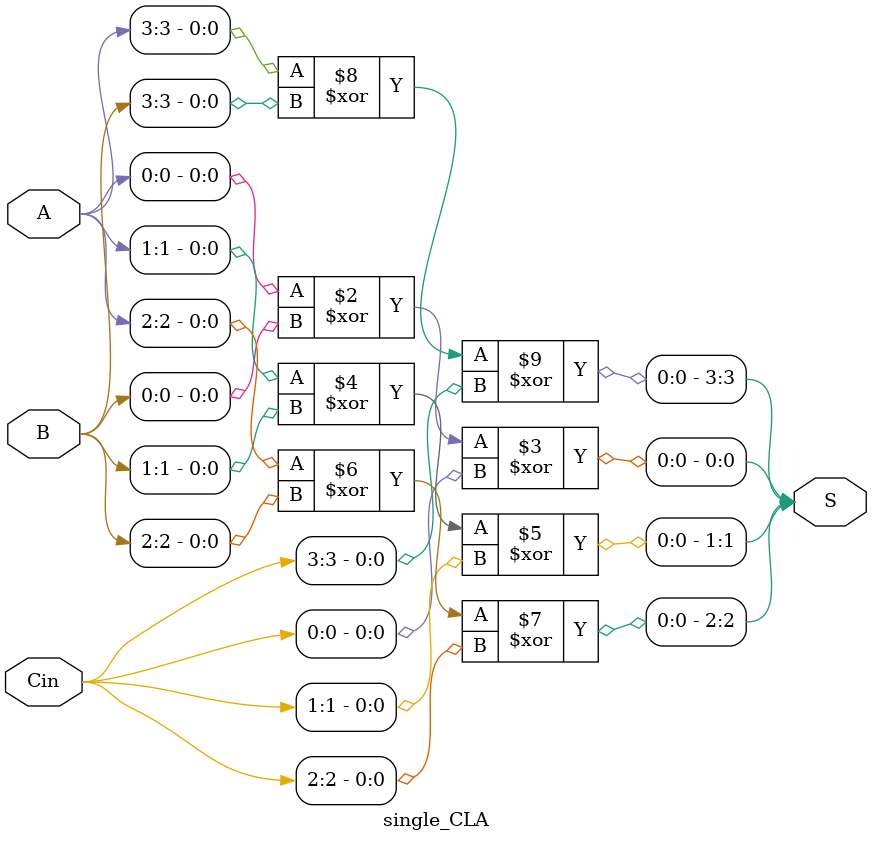
<source format=sv>
module single_CLA
(input logic [3:0] A, B, Cin,
output logic [3:0] S);

	always_comb
		begin
			S[0] = A[0] ^ B[0] ^ Cin[0];
			S[1] = A[1] ^ B[1] ^ Cin[1];
			S[2] = A[2] ^ B[2] ^ Cin[2];
			S[3] = A[3] ^ B[3] ^ Cin[3];
		end

endmodule

</source>
